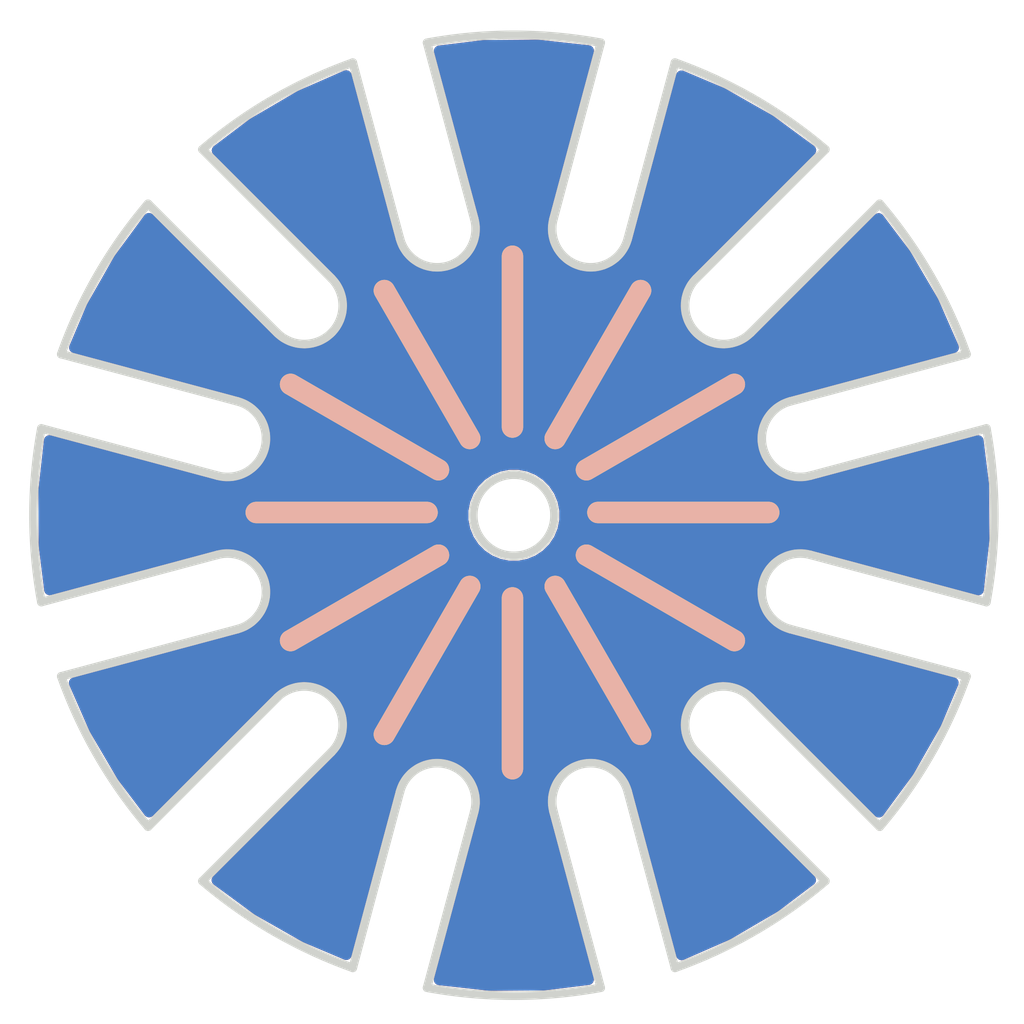
<source format=kicad_pcb>
(kicad_pcb (version 20171130) (host pcbnew 5.1.6)

  (general
    (thickness 1.6002)
    (drawings 73)
    (tracks 0)
    (zones 0)
    (modules 0)
    (nets 1)
  )

  (page A4)
  (title_block
    (rev 1)
  )

  (layers
    (0 Front signal)
    (31 Back signal)
    (34 B.Paste user)
    (35 F.Paste user)
    (36 B.SilkS user)
    (37 F.SilkS user)
    (38 B.Mask user)
    (39 F.Mask user)
    (44 Edge.Cuts user)
    (45 Margin user)
    (46 B.CrtYd user)
    (47 F.CrtYd user)
    (49 F.Fab user)
  )

  (setup
    (last_trace_width 0.25)
    (user_trace_width 0.1)
    (user_trace_width 0.2)
    (user_trace_width 0.5)
    (trace_clearance 0.25)
    (zone_clearance 0)
    (zone_45_only no)
    (trace_min 0.1)
    (via_size 0.8)
    (via_drill 0.4)
    (via_min_size 0.45)
    (via_min_drill 0.2)
    (user_via 0.45 0.2)
    (user_via 0.8 0.4)
    (uvia_size 0.8)
    (uvia_drill 0.4)
    (uvias_allowed no)
    (uvia_min_size 0)
    (uvia_min_drill 0)
    (edge_width 0.1)
    (segment_width 0.1)
    (pcb_text_width 0.3)
    (pcb_text_size 1.5 1.5)
    (mod_edge_width 0.1)
    (mod_text_size 0.8 0.8)
    (mod_text_width 0.1)
    (pad_size 1.524 1.524)
    (pad_drill 0.762)
    (pad_to_mask_clearance 0)
    (solder_mask_min_width 0.1)
    (aux_axis_origin 0 0)
    (visible_elements FFFFFF7F)
    (pcbplotparams
      (layerselection 0x010fc_ffffffff)
      (usegerberextensions false)
      (usegerberattributes false)
      (usegerberadvancedattributes false)
      (creategerberjobfile false)
      (excludeedgelayer true)
      (linewidth 0.152400)
      (plotframeref false)
      (viasonmask false)
      (mode 1)
      (useauxorigin false)
      (hpglpennumber 1)
      (hpglpenspeed 20)
      (hpglpendiameter 15.000000)
      (psnegative false)
      (psa4output false)
      (plotreference true)
      (plotvalue false)
      (plotinvisibletext false)
      (padsonsilk false)
      (subtractmaskfromsilk true)
      (outputformat 1)
      (mirror false)
      (drillshape 0)
      (scaleselection 1)
      (outputdirectory "./gerbers_for_aisler"))
  )

  (net 0 "")

  (net_class Default "This is the default net class."
    (clearance 0.25)
    (trace_width 0.25)
    (via_dia 0.8)
    (via_drill 0.4)
    (uvia_dia 0.8)
    (uvia_drill 0.4)
    (diff_pair_width 0.25)
    (diff_pair_gap 0.25)
  )

  (net_class Min "This is the bare minimum allowed."
    (clearance 0.1)
    (trace_width 0.1)
    (via_dia 0.45)
    (via_drill 0.2)
    (uvia_dia 0.45)
    (uvia_drill 0.2)
    (diff_pair_width 0.12)
    (diff_pair_gap 0.12)
  )

  (gr_line (start 147.732051 92) (end 151.196153 94) (layer B.SilkS) (width 0.5) (tstamp 5F240534))
  (gr_line (start 147 92.732051) (end 149 96.196153) (layer B.SilkS) (width 0.5) (tstamp 5F240532))
  (gr_line (start 146 93) (end 146 97) (layer B.SilkS) (width 0.5) (tstamp 5F240530))
  (gr_line (start 145 92.732051) (end 143 96.196153) (layer B.SilkS) (width 0.5) (tstamp 5F24052E))
  (gr_line (start 144.267949 92) (end 140.803847 94) (layer B.SilkS) (width 0.5) (tstamp 5F24052C))
  (gr_line (start 144 91) (end 140 91) (layer B.SilkS) (width 0.5) (tstamp 5F24052A))
  (gr_line (start 144.267949 90) (end 140.803847 88) (layer B.SilkS) (width 0.5) (tstamp 5F240528))
  (gr_line (start 145 89.267949) (end 143 85.803847) (layer B.SilkS) (width 0.5) (tstamp 5F240526))
  (gr_line (start 146 89) (end 146 85) (layer B.SilkS) (width 0.5) (tstamp 5F240524))
  (gr_line (start 147 89.267949) (end 149 85.803847) (layer B.SilkS) (width 0.5) (tstamp 5F240522))
  (gr_line (start 147.732051 90) (end 151.196153 88) (layer B.SilkS) (width 0.5) (tstamp 5F240520))
  (gr_line (start 148 91) (end 152 91) (layer B.SilkS) (width 0.5))
  (gr_line (start 147.732051 92) (end 151.196153 94) (layer F.SilkS) (width 0.5) (tstamp 5F2404E7))
  (gr_line (start 147 92.732051) (end 149 96.196153) (layer F.SilkS) (width 0.5) (tstamp 5F2404E5))
  (gr_line (start 146 93) (end 146 97) (layer F.SilkS) (width 0.5) (tstamp 5F2404E3))
  (gr_line (start 145 92.732051) (end 143 96.196153) (layer F.SilkS) (width 0.5) (tstamp 5F2404E1))
  (gr_line (start 144.267949 92) (end 140.803847 94) (layer F.SilkS) (width 0.5) (tstamp 5F2404DF))
  (gr_line (start 144 91) (end 140 91) (layer F.SilkS) (width 0.5) (tstamp 5F2404DD))
  (gr_line (start 144.267949 90) (end 140.803847 88) (layer F.SilkS) (width 0.5) (tstamp 5F2404DB))
  (gr_line (start 145 89.267949) (end 143 85.803847) (layer F.SilkS) (width 0.5) (tstamp 5F2404D9))
  (gr_line (start 146 89) (end 146 85) (layer F.SilkS) (width 0.5) (tstamp 5F2404D7))
  (gr_line (start 147 89.267949) (end 149 85.803847) (layer F.SilkS) (width 0.5) (tstamp 5F2404D5))
  (gr_line (start 147.732051 90) (end 151.196153 88) (layer F.SilkS) (width 0.5) (tstamp 5F2404D3))
  (gr_line (start 148 91) (end 152 91) (layer F.SilkS) (width 0.5))
  (gr_line (start 150.305317 85.519712) (end 153.326106 82.498923) (layer Edge.Cuts) (width 0.2))
  (gr_arc (start 147.829744 84.359411) (end 146.960411 84.126474) (angle -180) (layer Edge.Cuts) (width 0.2))
  (gr_line (start 140.487987 86.792504) (end 137.467198 83.771715) (layer Edge.Cuts) (width 0.2))
  (gr_line (start 149.804763 80.465874) (end 148.699077 84.592348) (layer Edge.Cuts) (width 0.2))
  (gr_circle (center 146.033048 91.064773) (end 146.983048 91.064773) (layer Edge.Cuts) (width 0.2))
  (gr_arc (start 146.033048 91.064773) (end 153.326106 82.498923) (angle -20.82286853) (layer Edge.Cuts) (width 0.2))
  (gr_arc (start 144.236352 84.359411) (end 143.367019 84.592348) (angle -180) (layer Edge.Cuts) (width 0.2))
  (gr_line (start 138.73999 82.498923) (end 141.760779 85.519712) (layer Edge.Cuts) (width 0.2))
  (gr_line (start 146.960411 84.126474) (end 148.066096 80) (layer Edge.Cuts) (width 0.2))
  (gr_arc (start 141.124383 95.973438) (end 141.760779 96.609834) (angle -180) (layer Edge.Cuts) (width 0.2))
  (gr_line (start 137.467198 98.357831) (end 140.487987 95.337042) (layer Edge.Cuts) (width 0.2))
  (gr_arc (start 146.033048 91.064773) (end 142.261333 80.465874) (angle -20.82286853) (layer Edge.Cuts) (width 0.2))
  (gr_line (start 139.094749 90.13741) (end 134.968275 89.031725) (layer Edge.Cuts) (width 0.2))
  (gr_arc (start 146.033048 91.064773) (end 137.467198 83.771715) (angle -20.82286853) (layer Edge.Cuts) (width 0.2))
  (gr_arc (start 146.033048 91.064773) (end 134.968275 89.031725) (angle -20.82286853) (layer Edge.Cuts) (width 0.2))
  (gr_line (start 143.367019 84.592348) (end 142.261333 80.465874) (layer Edge.Cuts) (width 0.2))
  (gr_arc (start 139.327686 89.268077) (end 139.094749 90.13741) (angle -180) (layer Edge.Cuts) (width 0.2))
  (gr_line (start 156.631947 94.836488) (end 152.505473 93.730802) (layer Edge.Cuts) (width 0.2))
  (gr_arc (start 146.033048 91.064773) (end 154.598898 98.357831) (angle -20.82286853) (layer Edge.Cuts) (width 0.2))
  (gr_line (start 151.578109 95.337042) (end 154.598898 98.357831) (layer Edge.Cuts) (width 0.2))
  (gr_arc (start 150.941713 95.973438) (end 151.578109 95.337042) (angle -180) (layer Edge.Cuts) (width 0.2))
  (gr_line (start 153.326106 99.630623) (end 150.305317 96.609834) (layer Edge.Cuts) (width 0.2))
  (gr_arc (start 146.033048 91.064773) (end 149.804763 101.663672) (angle -20.82286853) (layer Edge.Cuts) (width 0.2))
  (gr_arc (start 144.236352 97.770135) (end 145.105685 98.003072) (angle -180) (layer Edge.Cuts) (width 0.2))
  (gr_line (start 142.261333 101.663672) (end 143.367019 97.537198) (layer Edge.Cuts) (width 0.2))
  (gr_arc (start 146.033048 91.064773) (end 138.73999 99.630623) (angle -20.82286853) (layer Edge.Cuts) (width 0.2))
  (gr_line (start 141.760779 96.609834) (end 138.73999 99.630623) (layer Edge.Cuts) (width 0.2))
  (gr_arc (start 139.327686 92.861469) (end 139.560623 93.730802) (angle -180) (layer Edge.Cuts) (width 0.2))
  (gr_line (start 134.968275 93.097821) (end 139.094749 91.992136) (layer Edge.Cuts) (width 0.2))
  (gr_arc (start 141.124383 86.156108) (end 140.487987 86.792504) (angle -180) (layer Edge.Cuts) (width 0.2))
  (gr_line (start 135.434149 87.293058) (end 139.560623 88.398744) (layer Edge.Cuts) (width 0.2))
  (gr_arc (start 150.941713 86.156108) (end 150.305317 85.519712) (angle -180) (layer Edge.Cuts) (width 0.2))
  (gr_line (start 154.598898 83.771715) (end 151.578109 86.792504) (layer Edge.Cuts) (width 0.2))
  (gr_arc (start 146.033048 91.064773) (end 156.631947 87.293058) (angle -20.82286853) (layer Edge.Cuts) (width 0.2))
  (gr_line (start 152.505473 88.398744) (end 156.631947 87.293058) (layer Edge.Cuts) (width 0.2))
  (gr_arc (start 152.73841 89.268077) (end 152.505473 88.398744) (angle -180) (layer Edge.Cuts) (width 0.2))
  (gr_line (start 157.097821 89.031725) (end 152.971347 90.13741) (layer Edge.Cuts) (width 0.2))
  (gr_arc (start 146.033048 91.064773) (end 157.097821 93.097821) (angle -20.82286853) (layer Edge.Cuts) (width 0.2))
  (gr_line (start 152.971347 91.992136) (end 157.097821 93.097821) (layer Edge.Cuts) (width 0.2))
  (gr_arc (start 152.73841 92.861469) (end 152.971347 91.992136) (angle -180) (layer Edge.Cuts) (width 0.2))
  (gr_arc (start 146.033048 91.064773) (end 135.434149 94.836488) (angle -20.82286853) (layer Edge.Cuts) (width 0.2))
  (gr_line (start 139.560623 93.730802) (end 135.434149 94.836488) (layer Edge.Cuts) (width 0.2))
  (gr_line (start 148.699077 97.537198) (end 149.804763 101.663672) (layer Edge.Cuts) (width 0.2))
  (gr_arc (start 147.829744 97.770135) (end 148.699077 97.537198) (angle -180) (layer Edge.Cuts) (width 0.2))
  (gr_line (start 148.066096 102.129546) (end 146.960411 98.003072) (layer Edge.Cuts) (width 0.2))
  (gr_arc (start 146.033048 91.064773) (end 144 102.129546) (angle -20.82286853) (layer Edge.Cuts) (width 0.2))
  (gr_line (start 145.105685 98.003072) (end 144 102.129546) (layer Edge.Cuts) (width 0.2))
  (gr_arc (start 146.033048 91.064773) (end 148.066096 80) (angle -20.82286853) (layer Edge.Cuts) (width 0.2))
  (gr_line (start 144 80) (end 145.105685 84.126474) (layer Edge.Cuts) (width 0.2))

  (zone (net 0) (net_name "") (layer Front) (tstamp 0) (hatch edge 0.508)
    (connect_pads yes (clearance 0))
    (min_thickness 0.254)
    (fill yes (arc_segments 32) (thermal_gap 0.508) (thermal_bridge_width 0.508))
    (polygon
      (pts
        (xy 158 103) (xy 134 103) (xy 134 79) (xy 158 79)
      )
    )
    (filled_polygon
      (pts
        (xy 147.780857 80.187466) (xy 146.738261 84.078491) (xy 146.738134 84.079258) (xy 146.737575 84.081405) (xy 146.73596 84.091598)
        (xy 146.733291 84.10156) (xy 146.732795 84.10469) (xy 146.70653 84.278366) (xy 146.705454 84.298905) (xy 146.70409 84.31944)
        (xy 146.704212 84.322606) (xy 146.71218 84.498075) (xy 146.715115 84.518443) (xy 146.717764 84.538841) (xy 146.718498 84.541924)
        (xy 146.760396 84.712503) (xy 146.767231 84.731911) (xy 146.773793 84.751408) (xy 146.775112 84.75429) (xy 146.849344 84.913482)
        (xy 146.859801 84.931163) (xy 146.870042 84.949046) (xy 146.871896 84.951616) (xy 146.975637 85.093358) (xy 146.989325 85.108668)
        (xy 147.002847 85.124223) (xy 147.005165 85.126384) (xy 147.13446 85.245277) (xy 147.150886 85.257655) (xy 147.167148 85.270269)
        (xy 147.169841 85.271939) (xy 147.319767 85.363454) (xy 147.338261 85.372395) (xy 147.356687 85.381621) (xy 147.35965 85.382734)
        (xy 147.359653 85.382736) (xy 147.359656 85.382737) (xy 147.5245 85.443387) (xy 147.544393 85.448569) (xy 147.564244 85.454037)
        (xy 147.567363 85.454553) (xy 147.567372 85.454555) (xy 147.567381 85.454556) (xy 147.740857 85.482032) (xy 147.761397 85.483253)
        (xy 147.781915 85.484759) (xy 147.785082 85.48466) (xy 147.960602 85.477917) (xy 147.980959 85.475128) (xy 148.001408 85.472617)
        (xy 148.004496 85.471904) (xy 148.175363 85.431197) (xy 148.194781 85.424511) (xy 148.21436 85.418073) (xy 148.21725 85.416774)
        (xy 148.376957 85.343655) (xy 148.394683 85.333338) (xy 148.412664 85.323206) (xy 148.415247 85.32137) (xy 148.55771 85.218623)
        (xy 148.573143 85.205017) (xy 148.588765 85.191627) (xy 148.590943 85.189324) (xy 148.710735 85.060862) (xy 148.723249 85.044495)
        (xy 148.735954 85.028349) (xy 148.737643 85.025668) (xy 148.830202 84.876385) (xy 148.839282 84.857933) (xy 148.848626 84.839593)
        (xy 148.849757 84.836643) (xy 148.849762 84.836634) (xy 148.849764 84.836625) (xy 148.911562 84.672217) (xy 148.911565 84.672207)
        (xy 148.915456 84.661868) (xy 149.956514 80.77659) (xy 150.914871 81.182175) (xy 152.034551 81.819239) (xy 152.985348 82.518654)
        (xy 150.136921 85.367082) (xy 150.136413 85.367701) (xy 150.134856 85.36928) (xy 150.128376 85.377283) (xy 150.121083 85.384576)
        (xy 150.119089 85.387039) (xy 150.009505 85.524312) (xy 149.998304 85.54156) (xy 149.986854 85.558664) (xy 149.985379 85.561463)
        (xy 149.985376 85.561467) (xy 149.985376 85.561468) (xy 149.904542 85.717411) (xy 149.896887 85.736549) (xy 149.888995 85.755509)
        (xy 149.888089 85.758546) (xy 149.839084 85.927221) (xy 149.835302 85.947433) (xy 149.831233 85.967613) (xy 149.830935 85.970768)
        (xy 149.815626 86.145748) (xy 149.815841 86.166285) (xy 149.815769 86.186896) (xy 149.81609 86.190049) (xy 149.83506 86.36467)
        (xy 149.839265 86.384799) (xy 149.843193 86.405006) (xy 149.844118 86.408029) (xy 149.844119 86.408036) (xy 149.844122 86.408042)
        (xy 149.896647 86.575649) (xy 149.904669 86.594549) (xy 149.912459 86.613636) (xy 149.913955 86.616425) (xy 149.913957 86.61643)
        (xy 149.91396 86.616434) (xy 149.998039 86.770646) (xy 150.009606 86.787667) (xy 150.020929 86.804839) (xy 150.02294 86.807288)
        (xy 150.135374 86.942235) (xy 150.150023 86.956682) (xy 150.16447 86.971331) (xy 150.166913 86.973338) (xy 150.166918 86.973343)
        (xy 150.166923 86.973347) (xy 150.303424 87.083883) (xy 150.32058 87.095195) (xy 150.337618 87.106774) (xy 150.340411 87.108271)
        (xy 150.495787 87.190191) (xy 150.514785 87.197944) (xy 150.533774 87.206004) (xy 150.536805 87.20693) (xy 150.705134 87.257111)
        (xy 150.725334 87.261038) (xy 150.74547 87.265244) (xy 150.748623 87.265565) (xy 150.923493 87.282095) (xy 150.944069 87.282023)
        (xy 150.964639 87.282238) (xy 150.967794 87.28194) (xy 150.967796 87.28194) (xy 151.142544 87.26419) (xy 151.162678 87.26013)
        (xy 151.182937 87.256339) (xy 151.185968 87.255435) (xy 151.185976 87.255433) (xy 151.353948 87.204078) (xy 151.372932 87.196176)
        (xy 151.392045 87.188531) (xy 151.394848 87.187053) (xy 151.549648 87.10405) (xy 151.566752 87.0926) (xy 151.584 87.081399)
        (xy 151.586456 87.07941) (xy 151.586463 87.079405) (xy 151.586469 87.079399) (xy 151.722193 86.967915) (xy 151.722202 86.967906)
        (xy 151.730739 86.9609) (xy 154.574962 84.116678) (xy 155.202133 84.947108) (xy 155.853265 86.058649) (xy 156.326976 87.139767)
        (xy 152.435953 88.182365) (xy 152.435222 88.18264) (xy 152.433077 88.183231) (xy 152.423452 88.186926) (xy 152.41349 88.189595)
        (xy 152.410531 88.190731) (xy 152.246992 88.254821) (xy 152.228663 88.26416) (xy 152.210199 88.273246) (xy 152.207521 88.274932)
        (xy 152.207518 88.274934) (xy 152.207517 88.274935) (xy 152.059542 88.36957) (xy 152.043381 88.382287) (xy 152.027029 88.394789)
        (xy 152.024732 88.396961) (xy 152.024726 88.396966) (xy 152.024721 88.396971) (xy 151.89795 88.51854) (xy 151.884574 88.534145)
        (xy 151.870954 88.549595) (xy 151.869118 88.552178) (xy 151.76837 88.696063) (xy 151.758296 88.713942) (xy 151.747921 88.731768)
        (xy 151.746622 88.734659) (xy 151.675739 88.895371) (xy 151.669318 88.9149) (xy 151.662614 88.93437) (xy 151.661902 88.937458)
        (xy 151.623586 89.108877) (xy 151.621082 89.12927) (xy 151.618286 89.149681) (xy 151.618187 89.152849) (xy 151.613895 89.328444)
        (xy 151.615401 89.348962) (xy 151.616622 89.369502) (xy 151.617139 89.372628) (xy 151.647036 89.545714) (xy 151.652494 89.56553)
        (xy 151.657686 89.58546) (xy 151.658801 89.588426) (xy 151.721748 89.75241) (xy 151.73097 89.770827) (xy 151.739916 89.78933)
        (xy 151.741586 89.792024) (xy 151.835185 89.940656) (xy 151.847795 89.956912) (xy 151.860177 89.973344) (xy 151.862338 89.975662)
        (xy 151.983025 90.103284) (xy 151.99852 90.116754) (xy 152.013889 90.130495) (xy 152.01646 90.132349) (xy 152.159637 90.2341)
        (xy 152.177494 90.244327) (xy 152.195201 90.254798) (xy 152.198082 90.256118) (xy 152.358295 90.32812) (xy 152.377777 90.334676)
        (xy 152.3972 90.341516) (xy 152.400282 90.34225) (xy 152.571429 90.381763) (xy 152.591839 90.384414) (xy 152.612197 90.387347)
        (xy 152.615363 90.387469) (xy 152.615364 90.387469) (xy 152.790926 90.392986) (xy 152.811426 90.391624) (xy 152.832001 90.390546)
        (xy 152.835131 90.39005) (xy 153.008422 90.361362) (xy 153.008433 90.361359) (xy 153.01933 90.35956) (xy 156.90461 89.318503)
        (xy 157.032542 90.351266) (xy 157.040668 91.639454) (xy 156.910355 92.812582) (xy 153.01933 91.769986) (xy 153.018563 91.769859)
        (xy 153.016416 91.7693) (xy 153.006223 91.767685) (xy 152.996261 91.765016) (xy 152.993131 91.76452) (xy 152.819455 91.738255)
        (xy 152.798916 91.737179) (xy 152.778381 91.735815) (xy 152.775215 91.735937) (xy 152.775214 91.735937) (xy 152.599747 91.743905)
        (xy 152.57938 91.746839) (xy 152.55898 91.749489) (xy 152.555897 91.750223) (xy 152.385318 91.792121) (xy 152.365935 91.798947)
        (xy 152.346413 91.805517) (xy 152.343531 91.806837) (xy 152.184339 91.881069) (xy 152.166641 91.891535) (xy 152.148776 91.901767)
        (xy 152.146205 91.903621) (xy 152.004463 92.007361) (xy 151.989108 92.02109) (xy 151.973598 92.034573) (xy 151.971437 92.03689)
        (xy 151.852544 92.166185) (xy 151.840162 92.182616) (xy 151.827552 92.198873) (xy 151.825882 92.201566) (xy 151.734367 92.351491)
        (xy 151.725406 92.370028) (xy 151.7162 92.388412) (xy 151.715085 92.391378) (xy 151.654434 92.556225) (xy 151.649263 92.576079)
        (xy 151.643784 92.595969) (xy 151.643267 92.599095) (xy 151.615789 92.772582) (xy 151.614568 92.793123) (xy 151.613062 92.81364)
        (xy 151.613161 92.816807) (xy 151.619904 92.992327) (xy 151.622693 93.012684) (xy 151.625204 93.033133) (xy 151.625917 93.036221)
        (xy 151.666624 93.207088) (xy 151.67331 93.226506) (xy 151.679748 93.246085) (xy 151.681047 93.248975) (xy 151.754166 93.408682)
        (xy 151.764483 93.426408) (xy 151.774615 93.444389) (xy 151.776451 93.446972) (xy 151.879198 93.589435) (xy 151.892804 93.604868)
        (xy 151.906194 93.62049) (xy 151.908497 93.622668) (xy 152.036959 93.74246) (xy 152.053326 93.754974) (xy 152.069472 93.767679)
        (xy 152.072153 93.769368) (xy 152.221436 93.861927) (xy 152.239888 93.871007) (xy 152.258228 93.880351) (xy 152.261178 93.881482)
        (xy 152.261187 93.881487) (xy 152.261196 93.881489) (xy 152.425604 93.943287) (xy 152.425614 93.94329) (xy 152.435953 93.947181)
        (xy 156.321231 94.988239) (xy 155.915642 95.946603) (xy 155.278582 97.066276) (xy 154.579167 98.017073) (xy 151.730739 95.168646)
        (xy 151.73012 95.168138) (xy 151.728541 95.166581) (xy 151.720538 95.160101) (xy 151.713245 95.152808) (xy 151.710782 95.150814)
        (xy 151.573509 95.04123) (xy 151.556261 95.030029) (xy 151.539157 95.018579) (xy 151.536358 95.017104) (xy 151.536354 95.017101)
        (xy 151.53635 95.017099) (xy 151.38041 94.936267) (xy 151.361272 94.928612) (xy 151.342312 94.92072) (xy 151.339279 94.919815)
        (xy 151.339273 94.919813) (xy 151.1706 94.870809) (xy 151.150388 94.867027) (xy 151.130208 94.862958) (xy 151.127055 94.86266)
        (xy 151.127053 94.86266) (xy 150.952073 94.847351) (xy 150.931535 94.847566) (xy 150.910924 94.847494) (xy 150.907772 94.847815)
        (xy 150.733151 94.866785) (xy 150.713022 94.87099) (xy 150.692815 94.874918) (xy 150.689792 94.875843) (xy 150.689785 94.875844)
        (xy 150.689779 94.875847) (xy 150.522172 94.928372) (xy 150.503257 94.936401) (xy 150.484184 94.944184) (xy 150.481396 94.94568)
        (xy 150.481391 94.945682) (xy 150.481387 94.945685) (xy 150.327175 95.029764) (xy 150.310177 95.041316) (xy 150.292982 95.052654)
        (xy 150.290533 95.054666) (xy 150.155585 95.167099) (xy 150.141139 95.181749) (xy 150.126489 95.196195) (xy 150.124478 95.198644)
        (xy 150.013938 95.335149) (xy 150.00262 95.352313) (xy 149.991047 95.369343) (xy 149.989553 95.372131) (xy 149.98955 95.372135)
        (xy 149.98955 95.372136) (xy 149.90763 95.527512) (xy 149.899882 95.546498) (xy 149.891817 95.565499) (xy 149.890891 95.568529)
        (xy 149.84071 95.736859) (xy 149.836785 95.757051) (xy 149.832577 95.777194) (xy 149.832256 95.780347) (xy 149.815726 95.955218)
        (xy 149.815798 95.975794) (xy 149.815583 95.996364) (xy 149.815881 95.999519) (xy 149.833631 96.174269) (xy 149.837691 96.194403)
        (xy 149.841482 96.214662) (xy 149.842388 96.217699) (xy 149.893743 96.385673) (xy 149.901645 96.404657) (xy 149.90929 96.42377)
        (xy 149.910768 96.426573) (xy 149.993771 96.581373) (xy 150.005221 96.598477) (xy 150.016422 96.615725) (xy 150.018411 96.618181)
        (xy 150.018416 96.618188) (xy 150.018422 96.618194) (xy 150.129906 96.753918) (xy 150.129915 96.753927) (xy 150.136921 96.762464)
        (xy 152.981143 99.606687) (xy 152.150713 100.233858) (xy 151.039168 100.884992) (xy 149.958054 101.358701) (xy 148.915456 97.467678)
        (xy 148.915181 97.466947) (xy 148.91459 97.464802) (xy 148.910895 97.455177) (xy 148.908226 97.445215) (xy 148.90709 97.442256)
        (xy 148.843 97.278717) (xy 148.833661 97.260388) (xy 148.824575 97.241924) (xy 148.822886 97.239242) (xy 148.728251 97.091267)
        (xy 148.715534 97.075106) (xy 148.703032 97.058754) (xy 148.70086 97.056457) (xy 148.700855 97.056451) (xy 148.70085 97.056446)
        (xy 148.579281 96.929675) (xy 148.563676 96.916299) (xy 148.548226 96.902679) (xy 148.545643 96.900843) (xy 148.401758 96.800095)
        (xy 148.383879 96.790021) (xy 148.366053 96.779646) (xy 148.363162 96.778347) (xy 148.20245 96.707464) (xy 148.182921 96.701043)
        (xy 148.163451 96.694339) (xy 148.160366 96.693628) (xy 148.160364 96.693627) (xy 148.160362 96.693627) (xy 147.988944 96.655311)
        (xy 147.968551 96.652807) (xy 147.94814 96.650011) (xy 147.944972 96.649912) (xy 147.769377 96.64562) (xy 147.748859 96.647126)
        (xy 147.728319 96.648347) (xy 147.725193 96.648864) (xy 147.552107 96.678761) (xy 147.532274 96.684224) (xy 147.512362 96.689411)
        (xy 147.509395 96.690526) (xy 147.345412 96.753473) (xy 147.327025 96.76268) (xy 147.30849 96.771641) (xy 147.305801 96.773308)
        (xy 147.305798 96.77331) (xy 147.305797 96.773311) (xy 147.157164 96.866911) (xy 147.140935 96.8795) (xy 147.124477 96.891902)
        (xy 147.122159 96.894063) (xy 146.994537 97.014749) (xy 146.98105 97.030264) (xy 146.967326 97.045614) (xy 146.965472 97.048185)
        (xy 146.863721 97.191362) (xy 146.853504 97.209202) (xy 146.843023 97.226925) (xy 146.841704 97.229807) (xy 146.769701 97.39002)
        (xy 146.763145 97.409502) (xy 146.756305 97.428925) (xy 146.755571 97.432007) (xy 146.716058 97.603154) (xy 146.713407 97.623564)
        (xy 146.710474 97.643922) (xy 146.710352 97.647089) (xy 146.704835 97.822651) (xy 146.706197 97.843151) (xy 146.707275 97.863726)
        (xy 146.707771 97.866856) (xy 146.736459 98.040147) (xy 146.736462 98.040158) (xy 146.738261 98.051055) (xy 147.779318 101.936335)
        (xy 146.746555 102.064267) (xy 145.458367 102.072393) (xy 144.285238 101.94208) (xy 145.327835 98.051056) (xy 145.327962 98.050286)
        (xy 145.328521 98.048141) (xy 145.330136 98.037948) (xy 145.332805 98.027986) (xy 145.333301 98.024855) (xy 145.359566 97.85118)
        (xy 145.360642 97.830641) (xy 145.362006 97.810106) (xy 145.361884 97.80694) (xy 145.353916 97.631472) (xy 145.350981 97.611103)
        (xy 145.348332 97.590705) (xy 145.347598 97.587622) (xy 145.3057 97.417043) (xy 145.298874 97.39766) (xy 145.292304 97.378138)
        (xy 145.290984 97.375256) (xy 145.216752 97.216064) (xy 145.206286 97.198366) (xy 145.196054 97.180501) (xy 145.1942 97.17793)
        (xy 145.09046 97.036188) (xy 145.076731 97.020833) (xy 145.063248 97.005323) (xy 145.060931 97.003162) (xy 144.931636 96.884269)
        (xy 144.915205 96.871887) (xy 144.898948 96.859277) (xy 144.896255 96.857607) (xy 144.74633 96.766092) (xy 144.727793 96.757131)
        (xy 144.709409 96.747925) (xy 144.706443 96.74681) (xy 144.541596 96.686159) (xy 144.521742 96.680988) (xy 144.501852 96.675509)
        (xy 144.498726 96.674992) (xy 144.325239 96.647514) (xy 144.304698 96.646293) (xy 144.284181 96.644787) (xy 144.281013 96.644886)
        (xy 144.105494 96.651629) (xy 144.085133 96.654418) (xy 144.064688 96.656929) (xy 144.0616 96.657642) (xy 143.890733 96.698349)
        (xy 143.871315 96.705035) (xy 143.851736 96.711473) (xy 143.848846 96.712772) (xy 143.689139 96.785891) (xy 143.671374 96.796231)
        (xy 143.653432 96.80634) (xy 143.650849 96.808176) (xy 143.508386 96.910923) (xy 143.492972 96.924513) (xy 143.47733 96.937919)
        (xy 143.475153 96.940222) (xy 143.355361 97.068684) (xy 143.342847 97.085051) (xy 143.330142 97.101197) (xy 143.328453 97.103878)
        (xy 143.235894 97.253161) (xy 143.226808 97.271627) (xy 143.21747 97.289953) (xy 143.216339 97.292903) (xy 143.216334 97.292912)
        (xy 143.216332 97.292921) (xy 143.154549 97.457289) (xy 143.150639 97.467679) (xy 142.109582 101.352956) (xy 141.151218 100.947367)
        (xy 140.031545 100.310307) (xy 139.080748 99.610891) (xy 141.929175 96.762465) (xy 141.929687 96.761841) (xy 141.93124 96.760266)
        (xy 141.937721 96.752262) (xy 141.945013 96.74497) (xy 141.947007 96.742507) (xy 142.056591 96.605234) (xy 142.067792 96.587986)
        (xy 142.079242 96.570882) (xy 142.08072 96.568079) (xy 142.161554 96.412135) (xy 142.169204 96.393009) (xy 142.177101 96.374037)
        (xy 142.178007 96.371) (xy 142.227011 96.202326) (xy 142.230787 96.182151) (xy 142.234863 96.161934) (xy 142.235161 96.158779)
        (xy 142.25047 95.983798) (xy 142.250255 95.96326) (xy 142.250327 95.942649) (xy 142.250006 95.939497) (xy 142.231036 95.764876)
        (xy 142.226831 95.744747) (xy 142.222903 95.72454) (xy 142.221978 95.721517) (xy 142.221977 95.72151) (xy 142.221974 95.721504)
        (xy 142.169449 95.553897) (xy 142.16142 95.534982) (xy 142.153637 95.515909) (xy 142.152139 95.513117) (xy 142.152139 95.513116)
        (xy 142.152136 95.513112) (xy 142.068057 95.3589) (xy 142.056505 95.341902) (xy 142.045167 95.324707) (xy 142.043155 95.322258)
        (xy 141.930722 95.18731) (xy 141.916072 95.172864) (xy 141.901626 95.158214) (xy 141.899177 95.156203) (xy 141.762672 95.045663)
        (xy 141.745508 95.034345) (xy 141.728478 95.022772) (xy 141.72569 95.021278) (xy 141.725686 95.021275) (xy 141.725682 95.021273)
        (xy 141.570309 94.939355) (xy 141.551323 94.931607) (xy 141.532322 94.923542) (xy 141.529292 94.922616) (xy 141.360962 94.872435)
        (xy 141.34077 94.86851) (xy 141.320627 94.864302) (xy 141.317474 94.863981) (xy 141.142603 94.847451) (xy 141.122027 94.847523)
        (xy 141.101457 94.847308) (xy 141.098302 94.847606) (xy 141.0983 94.847606) (xy 140.923552 94.865356) (xy 140.903411 94.869417)
        (xy 140.883159 94.873207) (xy 140.88013 94.874111) (xy 140.880123 94.874112) (xy 140.880117 94.874115) (xy 140.712148 94.925468)
        (xy 140.693164 94.93337) (xy 140.674051 94.941015) (xy 140.671248 94.942493) (xy 140.516448 95.025496) (xy 140.499344 95.036946)
        (xy 140.482096 95.048147) (xy 140.47964 95.050136) (xy 140.479633 95.050141) (xy 140.479627 95.050147) (xy 140.344042 95.161518)
        (xy 140.335356 95.168646) (xy 137.491134 98.012868) (xy 136.863963 97.182438) (xy 136.212829 96.070893) (xy 135.73912 94.989778)
        (xy 139.630142 93.947182) (xy 139.630881 93.946904) (xy 139.633019 93.946315) (xy 139.642644 93.94262) (xy 139.652606 93.939951)
        (xy 139.655565 93.938815) (xy 139.819104 93.874725) (xy 139.837433 93.865386) (xy 139.855897 93.8563) (xy 139.85857 93.854616)
        (xy 139.858578 93.854612) (xy 139.858585 93.854607) (xy 140.006554 93.759977) (xy 140.022717 93.747258) (xy 140.039066 93.734758)
        (xy 140.041369 93.73258) (xy 140.168146 93.611006) (xy 140.18152 93.595403) (xy 140.195142 93.579951) (xy 140.196978 93.577367)
        (xy 140.297726 93.433483) (xy 140.3078 93.415604) (xy 140.318175 93.397778) (xy 140.319474 93.394887) (xy 140.390356 93.234176)
        (xy 140.396773 93.214659) (xy 140.403482 93.195176) (xy 140.404194 93.192088) (xy 140.44251 93.020669) (xy 140.445014 93.000272)
        (xy 140.44781 92.979865) (xy 140.447909 92.976698) (xy 140.452201 92.801102) (xy 140.450695 92.780586) (xy 140.449474 92.760044)
        (xy 140.448957 92.756918) (xy 140.41906 92.583832) (xy 140.413597 92.563999) (xy 140.40841 92.544087) (xy 140.407295 92.54112)
        (xy 140.344348 92.377137) (xy 140.335141 92.35875) (xy 140.32618 92.340215) (xy 140.32451 92.337522) (xy 140.23091 92.188889)
        (xy 140.218321 92.17266) (xy 140.205919 92.156202) (xy 140.203758 92.153884) (xy 140.083072 92.026262) (xy 140.067557 92.012775)
        (xy 140.052207 91.999051) (xy 140.049636 91.997197) (xy 139.906459 91.895446) (xy 139.888619 91.885229) (xy 139.870896 91.874748)
        (xy 139.868019 91.873431) (xy 139.868015 91.873429) (xy 139.868011 91.873428) (xy 139.707801 91.801426) (xy 139.688319 91.79487)
        (xy 139.668896 91.78803) (xy 139.665814 91.787296) (xy 139.494667 91.747783) (xy 139.474257 91.745132) (xy 139.453899 91.742199)
        (xy 139.450733 91.742077) (xy 139.450732 91.742077) (xy 139.27517 91.73656) (xy 139.254668 91.737922) (xy 139.234096 91.739)
        (xy 139.230967 91.739496) (xy 139.230963 91.739496) (xy 139.057674 91.768184) (xy 139.057665 91.768186) (xy 139.046765 91.769986)
        (xy 135.161486 92.811044) (xy 135.033554 91.77828) (xy 135.028314 90.947446) (xy 144.841812 90.947446) (xy 144.841812 91.1821)
        (xy 144.88759 91.412244) (xy 144.977388 91.629035) (xy 145.107754 91.824142) (xy 145.273679 91.990067) (xy 145.468786 92.120433)
        (xy 145.685577 92.210231) (xy 145.915721 92.256009) (xy 146.150375 92.256009) (xy 146.380519 92.210231) (xy 146.59731 92.120433)
        (xy 146.792417 91.990067) (xy 146.958342 91.824142) (xy 147.088708 91.629035) (xy 147.178506 91.412244) (xy 147.224284 91.1821)
        (xy 147.224284 90.947446) (xy 147.178506 90.717302) (xy 147.088708 90.500511) (xy 146.958342 90.305404) (xy 146.792417 90.139479)
        (xy 146.59731 90.009113) (xy 146.380519 89.919315) (xy 146.150375 89.873537) (xy 145.915721 89.873537) (xy 145.685577 89.919315)
        (xy 145.468786 90.009113) (xy 145.273679 90.139479) (xy 145.107754 90.305404) (xy 144.977388 90.500511) (xy 144.88759 90.717302)
        (xy 144.841812 90.947446) (xy 135.028314 90.947446) (xy 135.025428 90.490092) (xy 135.155741 89.316963) (xy 139.046765 90.35956)
        (xy 139.047535 90.359687) (xy 139.04968 90.360246) (xy 139.059873 90.361861) (xy 139.069835 90.36453) (xy 139.072966 90.365026)
        (xy 139.246641 90.391291) (xy 139.26718 90.392367) (xy 139.287715 90.393731) (xy 139.290881 90.393609) (xy 139.290882 90.393609)
        (xy 139.46635 90.385641) (xy 139.486721 90.382706) (xy 139.507116 90.380057) (xy 139.510199 90.379323) (xy 139.680778 90.337425)
        (xy 139.700186 90.33059) (xy 139.719683 90.324028) (xy 139.722565 90.322709) (xy 139.881757 90.248477) (xy 139.899438 90.23802)
        (xy 139.917321 90.227779) (xy 139.919891 90.225925) (xy 140.061633 90.122184) (xy 140.076943 90.108496) (xy 140.092498 90.094974)
        (xy 140.094659 90.092656) (xy 140.213552 89.963361) (xy 140.22593 89.946935) (xy 140.238544 89.930673) (xy 140.240214 89.92798)
        (xy 140.331729 89.778054) (xy 140.34067 89.75956) (xy 140.349896 89.741134) (xy 140.351011 89.738167) (xy 140.411662 89.573321)
        (xy 140.416844 89.553428) (xy 140.422312 89.533577) (xy 140.422828 89.530458) (xy 140.42283 89.530449) (xy 140.422831 89.53044)
        (xy 140.450307 89.356964) (xy 140.451528 89.336424) (xy 140.453034 89.315906) (xy 140.452935 89.312738) (xy 140.446192 89.137219)
        (xy 140.443403 89.116858) (xy 140.440892 89.096413) (xy 140.440179 89.093325) (xy 140.399472 88.922458) (xy 140.392786 88.90304)
        (xy 140.386348 88.883461) (xy 140.385049 88.880571) (xy 140.31193 88.720864) (xy 140.30159 88.703099) (xy 140.291481 88.685157)
        (xy 140.289645 88.682574) (xy 140.186898 88.540111) (xy 140.173308 88.524697) (xy 140.159902 88.509055) (xy 140.157599 88.506878)
        (xy 140.029137 88.387086) (xy 140.012762 88.374566) (xy 139.996624 88.361867) (xy 139.993943 88.360178) (xy 139.84466 88.267619)
        (xy 139.826194 88.258533) (xy 139.807868 88.249195) (xy 139.804918 88.248064) (xy 139.804909 88.248059) (xy 139.8049 88.248057)
        (xy 139.640491 88.186259) (xy 139.630142 88.182364) (xy 135.744865 87.141307) (xy 136.15045 86.18295) (xy 136.787514 85.06327)
        (xy 137.48693 84.112473) (xy 140.335356 86.9609) (xy 140.33598 86.961412) (xy 140.337555 86.962965) (xy 140.345559 86.969446)
        (xy 140.352851 86.976738) (xy 140.355314 86.978732) (xy 140.492587 87.088316) (xy 140.509835 87.099517) (xy 140.526939 87.110967)
        (xy 140.529742 87.112445) (xy 140.685686 87.193279) (xy 140.704812 87.200929) (xy 140.723784 87.208826) (xy 140.726817 87.209731)
        (xy 140.726823 87.209733) (xy 140.895495 87.258736) (xy 140.91567 87.262512) (xy 140.935887 87.266588) (xy 140.93904 87.266886)
        (xy 140.939042 87.266886) (xy 141.114023 87.282195) (xy 141.13456 87.28198) (xy 141.155171 87.282052) (xy 141.158324 87.281731)
        (xy 141.332945 87.262761) (xy 141.353074 87.258556) (xy 141.373281 87.254628) (xy 141.376304 87.253703) (xy 141.376311 87.253702)
        (xy 141.376317 87.253699) (xy 141.543924 87.201174) (xy 141.562824 87.193152) (xy 141.581911 87.185362) (xy 141.5847 87.183866)
        (xy 141.584705 87.183864) (xy 141.584709 87.183861) (xy 141.738921 87.099782) (xy 141.755942 87.088215) (xy 141.773114 87.076892)
        (xy 141.775563 87.074881) (xy 141.91051 86.962447) (xy 141.924957 86.947798) (xy 141.939606 86.933351) (xy 141.941613 86.930908)
        (xy 141.941618 86.930903) (xy 141.941622 86.930898) (xy 142.052158 86.794397) (xy 142.06347 86.777241) (xy 142.075049 86.760203)
        (xy 142.076546 86.75741) (xy 142.158466 86.602034) (xy 142.166219 86.583036) (xy 142.174279 86.564047) (xy 142.175205 86.561016)
        (xy 142.225386 86.392687) (xy 142.229313 86.372487) (xy 142.233519 86.352351) (xy 142.23384 86.349198) (xy 142.25037 86.174328)
        (xy 142.250298 86.153752) (xy 142.250513 86.133182) (xy 142.250215 86.130027) (xy 142.232465 85.955277) (xy 142.228404 85.935136)
        (xy 142.224614 85.914884) (xy 142.22371 85.911855) (xy 142.223709 85.911848) (xy 142.223706 85.911842) (xy 142.172353 85.743873)
        (xy 142.164451 85.724889) (xy 142.156806 85.705776) (xy 142.155328 85.702973) (xy 142.072325 85.548173) (xy 142.060875 85.531069)
        (xy 142.049674 85.513821) (xy 142.047685 85.511365) (xy 142.04768 85.511358) (xy 142.047674 85.511352) (xy 141.936189 85.375628)
        (xy 141.936188 85.375627) (xy 141.929175 85.367081) (xy 139.084953 82.52286) (xy 139.915383 81.895688) (xy 141.026924 81.244556)
        (xy 142.108043 80.770845) (xy 143.150639 84.661867) (xy 143.150917 84.662606) (xy 143.151506 84.664744) (xy 143.155201 84.674369)
        (xy 143.15787 84.684331) (xy 143.159006 84.68729) (xy 143.223096 84.850829) (xy 143.232435 84.869158) (xy 143.241521 84.887622)
        (xy 143.243205 84.890295) (xy 143.243209 84.890303) (xy 143.243214 84.89031) (xy 143.337844 85.038279) (xy 143.350563 85.054442)
        (xy 143.363063 85.070791) (xy 143.365241 85.073094) (xy 143.486815 85.199871) (xy 143.502418 85.213245) (xy 143.51787 85.226867)
        (xy 143.520449 85.2287) (xy 143.520452 85.228702) (xy 143.520454 85.228703) (xy 143.664338 85.329451) (xy 143.682217 85.339525)
        (xy 143.700043 85.3499) (xy 143.702934 85.351199) (xy 143.863645 85.422081) (xy 143.883162 85.428498) (xy 143.902645 85.435207)
        (xy 143.905726 85.435917) (xy 143.905731 85.435919) (xy 143.905735 85.43592) (xy 144.077152 85.474235) (xy 144.097549 85.476739)
        (xy 144.117956 85.479535) (xy 144.121123 85.479634) (xy 144.296719 85.483926) (xy 144.317235 85.48242) (xy 144.337777 85.481199)
        (xy 144.340903 85.480682) (xy 144.513989 85.450785) (xy 144.533805 85.445327) (xy 144.553735 85.440135) (xy 144.556701 85.43902)
        (xy 144.720685 85.376073) (xy 144.739102 85.366851) (xy 144.757605 85.357905) (xy 144.760295 85.356238) (xy 144.760301 85.356234)
        (xy 144.908931 85.262636) (xy 144.925187 85.250026) (xy 144.941619 85.237644) (xy 144.943937 85.235483) (xy 145.071559 85.114796)
        (xy 145.085029 85.099301) (xy 145.09877 85.083932) (xy 145.100624 85.081361) (xy 145.202375 84.938184) (xy 145.212602 84.920327)
        (xy 145.223073 84.90262) (xy 145.224393 84.899739) (xy 145.296395 84.739526) (xy 145.302951 84.720044) (xy 145.309791 84.700621)
        (xy 145.310525 84.697539) (xy 145.350038 84.526392) (xy 145.352689 84.505982) (xy 145.355622 84.485624) (xy 145.355744 84.482457)
        (xy 145.361261 84.306895) (xy 145.359899 84.286393) (xy 145.358821 84.265821) (xy 145.358325 84.262691) (xy 145.329637 84.089399)
        (xy 145.329635 84.08939) (xy 145.327835 84.07849) (xy 144.286777 80.193211) (xy 145.319541 80.065279) (xy 146.607729 80.057153)
      )
    )
  )
  (zone (net 0) (net_name "") (layer Back) (tstamp 0) (hatch edge 0.508)
    (connect_pads yes (clearance 0))
    (min_thickness 0.254)
    (fill yes (arc_segments 32) (thermal_gap 0.508) (thermal_bridge_width 0.508))
    (polygon
      (pts
        (xy 158 103) (xy 134 103) (xy 134 79) (xy 158 79)
      )
    )
    (filled_polygon
      (pts
        (xy 147.780857 80.187466) (xy 146.738261 84.078491) (xy 146.738134 84.079258) (xy 146.737575 84.081405) (xy 146.73596 84.091598)
        (xy 146.733291 84.10156) (xy 146.732795 84.10469) (xy 146.70653 84.278366) (xy 146.705454 84.298905) (xy 146.70409 84.31944)
        (xy 146.704212 84.322606) (xy 146.71218 84.498075) (xy 146.715115 84.518443) (xy 146.717764 84.538841) (xy 146.718498 84.541924)
        (xy 146.760396 84.712503) (xy 146.767231 84.731911) (xy 146.773793 84.751408) (xy 146.775112 84.75429) (xy 146.849344 84.913482)
        (xy 146.859801 84.931163) (xy 146.870042 84.949046) (xy 146.871896 84.951616) (xy 146.975637 85.093358) (xy 146.989325 85.108668)
        (xy 147.002847 85.124223) (xy 147.005165 85.126384) (xy 147.13446 85.245277) (xy 147.150886 85.257655) (xy 147.167148 85.270269)
        (xy 147.169841 85.271939) (xy 147.319767 85.363454) (xy 147.338261 85.372395) (xy 147.356687 85.381621) (xy 147.35965 85.382734)
        (xy 147.359653 85.382736) (xy 147.359656 85.382737) (xy 147.5245 85.443387) (xy 147.544393 85.448569) (xy 147.564244 85.454037)
        (xy 147.567363 85.454553) (xy 147.567372 85.454555) (xy 147.567381 85.454556) (xy 147.740857 85.482032) (xy 147.761397 85.483253)
        (xy 147.781915 85.484759) (xy 147.785082 85.48466) (xy 147.960602 85.477917) (xy 147.980959 85.475128) (xy 148.001408 85.472617)
        (xy 148.004496 85.471904) (xy 148.175363 85.431197) (xy 148.194781 85.424511) (xy 148.21436 85.418073) (xy 148.21725 85.416774)
        (xy 148.376957 85.343655) (xy 148.394683 85.333338) (xy 148.412664 85.323206) (xy 148.415247 85.32137) (xy 148.55771 85.218623)
        (xy 148.573143 85.205017) (xy 148.588765 85.191627) (xy 148.590943 85.189324) (xy 148.710735 85.060862) (xy 148.723249 85.044495)
        (xy 148.735954 85.028349) (xy 148.737643 85.025668) (xy 148.830202 84.876385) (xy 148.839282 84.857933) (xy 148.848626 84.839593)
        (xy 148.849757 84.836643) (xy 148.849762 84.836634) (xy 148.849764 84.836625) (xy 148.911562 84.672217) (xy 148.911565 84.672207)
        (xy 148.915456 84.661868) (xy 149.956514 80.77659) (xy 150.914871 81.182175) (xy 152.034551 81.819239) (xy 152.985348 82.518654)
        (xy 150.136921 85.367082) (xy 150.136413 85.367701) (xy 150.134856 85.36928) (xy 150.128376 85.377283) (xy 150.121083 85.384576)
        (xy 150.119089 85.387039) (xy 150.009505 85.524312) (xy 149.998304 85.54156) (xy 149.986854 85.558664) (xy 149.985379 85.561463)
        (xy 149.985376 85.561467) (xy 149.985376 85.561468) (xy 149.904542 85.717411) (xy 149.896887 85.736549) (xy 149.888995 85.755509)
        (xy 149.888089 85.758546) (xy 149.839084 85.927221) (xy 149.835302 85.947433) (xy 149.831233 85.967613) (xy 149.830935 85.970768)
        (xy 149.815626 86.145748) (xy 149.815841 86.166285) (xy 149.815769 86.186896) (xy 149.81609 86.190049) (xy 149.83506 86.36467)
        (xy 149.839265 86.384799) (xy 149.843193 86.405006) (xy 149.844118 86.408029) (xy 149.844119 86.408036) (xy 149.844122 86.408042)
        (xy 149.896647 86.575649) (xy 149.904669 86.594549) (xy 149.912459 86.613636) (xy 149.913955 86.616425) (xy 149.913957 86.61643)
        (xy 149.91396 86.616434) (xy 149.998039 86.770646) (xy 150.009606 86.787667) (xy 150.020929 86.804839) (xy 150.02294 86.807288)
        (xy 150.135374 86.942235) (xy 150.150023 86.956682) (xy 150.16447 86.971331) (xy 150.166913 86.973338) (xy 150.166918 86.973343)
        (xy 150.166923 86.973347) (xy 150.303424 87.083883) (xy 150.32058 87.095195) (xy 150.337618 87.106774) (xy 150.340411 87.108271)
        (xy 150.495787 87.190191) (xy 150.514785 87.197944) (xy 150.533774 87.206004) (xy 150.536805 87.20693) (xy 150.705134 87.257111)
        (xy 150.725334 87.261038) (xy 150.74547 87.265244) (xy 150.748623 87.265565) (xy 150.923493 87.282095) (xy 150.944069 87.282023)
        (xy 150.964639 87.282238) (xy 150.967794 87.28194) (xy 150.967796 87.28194) (xy 151.142544 87.26419) (xy 151.162678 87.26013)
        (xy 151.182937 87.256339) (xy 151.185968 87.255435) (xy 151.185976 87.255433) (xy 151.353948 87.204078) (xy 151.372932 87.196176)
        (xy 151.392045 87.188531) (xy 151.394848 87.187053) (xy 151.549648 87.10405) (xy 151.566752 87.0926) (xy 151.584 87.081399)
        (xy 151.586456 87.07941) (xy 151.586463 87.079405) (xy 151.586469 87.079399) (xy 151.722193 86.967915) (xy 151.722202 86.967906)
        (xy 151.730739 86.9609) (xy 154.574962 84.116678) (xy 155.202133 84.947108) (xy 155.853265 86.058649) (xy 156.326976 87.139767)
        (xy 152.435953 88.182365) (xy 152.435222 88.18264) (xy 152.433077 88.183231) (xy 152.423452 88.186926) (xy 152.41349 88.189595)
        (xy 152.410531 88.190731) (xy 152.246992 88.254821) (xy 152.228663 88.26416) (xy 152.210199 88.273246) (xy 152.207521 88.274932)
        (xy 152.207518 88.274934) (xy 152.207517 88.274935) (xy 152.059542 88.36957) (xy 152.043381 88.382287) (xy 152.027029 88.394789)
        (xy 152.024732 88.396961) (xy 152.024726 88.396966) (xy 152.024721 88.396971) (xy 151.89795 88.51854) (xy 151.884574 88.534145)
        (xy 151.870954 88.549595) (xy 151.869118 88.552178) (xy 151.76837 88.696063) (xy 151.758296 88.713942) (xy 151.747921 88.731768)
        (xy 151.746622 88.734659) (xy 151.675739 88.895371) (xy 151.669318 88.9149) (xy 151.662614 88.93437) (xy 151.661902 88.937458)
        (xy 151.623586 89.108877) (xy 151.621082 89.12927) (xy 151.618286 89.149681) (xy 151.618187 89.152849) (xy 151.613895 89.328444)
        (xy 151.615401 89.348962) (xy 151.616622 89.369502) (xy 151.617139 89.372628) (xy 151.647036 89.545714) (xy 151.652494 89.56553)
        (xy 151.657686 89.58546) (xy 151.658801 89.588426) (xy 151.721748 89.75241) (xy 151.73097 89.770827) (xy 151.739916 89.78933)
        (xy 151.741586 89.792024) (xy 151.835185 89.940656) (xy 151.847795 89.956912) (xy 151.860177 89.973344) (xy 151.862338 89.975662)
        (xy 151.983025 90.103284) (xy 151.99852 90.116754) (xy 152.013889 90.130495) (xy 152.01646 90.132349) (xy 152.159637 90.2341)
        (xy 152.177494 90.244327) (xy 152.195201 90.254798) (xy 152.198082 90.256118) (xy 152.358295 90.32812) (xy 152.377777 90.334676)
        (xy 152.3972 90.341516) (xy 152.400282 90.34225) (xy 152.571429 90.381763) (xy 152.591839 90.384414) (xy 152.612197 90.387347)
        (xy 152.615363 90.387469) (xy 152.615364 90.387469) (xy 152.790926 90.392986) (xy 152.811426 90.391624) (xy 152.832001 90.390546)
        (xy 152.835131 90.39005) (xy 153.008422 90.361362) (xy 153.008433 90.361359) (xy 153.01933 90.35956) (xy 156.90461 89.318503)
        (xy 157.032542 90.351266) (xy 157.040668 91.639454) (xy 156.910355 92.812582) (xy 153.01933 91.769986) (xy 153.018563 91.769859)
        (xy 153.016416 91.7693) (xy 153.006223 91.767685) (xy 152.996261 91.765016) (xy 152.993131 91.76452) (xy 152.819455 91.738255)
        (xy 152.798916 91.737179) (xy 152.778381 91.735815) (xy 152.775215 91.735937) (xy 152.775214 91.735937) (xy 152.599747 91.743905)
        (xy 152.57938 91.746839) (xy 152.55898 91.749489) (xy 152.555897 91.750223) (xy 152.385318 91.792121) (xy 152.365935 91.798947)
        (xy 152.346413 91.805517) (xy 152.343531 91.806837) (xy 152.184339 91.881069) (xy 152.166641 91.891535) (xy 152.148776 91.901767)
        (xy 152.146205 91.903621) (xy 152.004463 92.007361) (xy 151.989108 92.02109) (xy 151.973598 92.034573) (xy 151.971437 92.03689)
        (xy 151.852544 92.166185) (xy 151.840162 92.182616) (xy 151.827552 92.198873) (xy 151.825882 92.201566) (xy 151.734367 92.351491)
        (xy 151.725406 92.370028) (xy 151.7162 92.388412) (xy 151.715085 92.391378) (xy 151.654434 92.556225) (xy 151.649263 92.576079)
        (xy 151.643784 92.595969) (xy 151.643267 92.599095) (xy 151.615789 92.772582) (xy 151.614568 92.793123) (xy 151.613062 92.81364)
        (xy 151.613161 92.816807) (xy 151.619904 92.992327) (xy 151.622693 93.012684) (xy 151.625204 93.033133) (xy 151.625917 93.036221)
        (xy 151.666624 93.207088) (xy 151.67331 93.226506) (xy 151.679748 93.246085) (xy 151.681047 93.248975) (xy 151.754166 93.408682)
        (xy 151.764483 93.426408) (xy 151.774615 93.444389) (xy 151.776451 93.446972) (xy 151.879198 93.589435) (xy 151.892804 93.604868)
        (xy 151.906194 93.62049) (xy 151.908497 93.622668) (xy 152.036959 93.74246) (xy 152.053326 93.754974) (xy 152.069472 93.767679)
        (xy 152.072153 93.769368) (xy 152.221436 93.861927) (xy 152.239888 93.871007) (xy 152.258228 93.880351) (xy 152.261178 93.881482)
        (xy 152.261187 93.881487) (xy 152.261196 93.881489) (xy 152.425604 93.943287) (xy 152.425614 93.94329) (xy 152.435953 93.947181)
        (xy 156.321231 94.988239) (xy 155.915642 95.946603) (xy 155.278582 97.066276) (xy 154.579167 98.017073) (xy 151.730739 95.168646)
        (xy 151.73012 95.168138) (xy 151.728541 95.166581) (xy 151.720538 95.160101) (xy 151.713245 95.152808) (xy 151.710782 95.150814)
        (xy 151.573509 95.04123) (xy 151.556261 95.030029) (xy 151.539157 95.018579) (xy 151.536358 95.017104) (xy 151.536354 95.017101)
        (xy 151.53635 95.017099) (xy 151.38041 94.936267) (xy 151.361272 94.928612) (xy 151.342312 94.92072) (xy 151.339279 94.919815)
        (xy 151.339273 94.919813) (xy 151.1706 94.870809) (xy 151.150388 94.867027) (xy 151.130208 94.862958) (xy 151.127055 94.86266)
        (xy 151.127053 94.86266) (xy 150.952073 94.847351) (xy 150.931535 94.847566) (xy 150.910924 94.847494) (xy 150.907772 94.847815)
        (xy 150.733151 94.866785) (xy 150.713022 94.87099) (xy 150.692815 94.874918) (xy 150.689792 94.875843) (xy 150.689785 94.875844)
        (xy 150.689779 94.875847) (xy 150.522172 94.928372) (xy 150.503257 94.936401) (xy 150.484184 94.944184) (xy 150.481396 94.94568)
        (xy 150.481391 94.945682) (xy 150.481387 94.945685) (xy 150.327175 95.029764) (xy 150.310177 95.041316) (xy 150.292982 95.052654)
        (xy 150.290533 95.054666) (xy 150.155585 95.167099) (xy 150.141139 95.181749) (xy 150.126489 95.196195) (xy 150.124478 95.198644)
        (xy 150.013938 95.335149) (xy 150.00262 95.352313) (xy 149.991047 95.369343) (xy 149.989553 95.372131) (xy 149.98955 95.372135)
        (xy 149.98955 95.372136) (xy 149.90763 95.527512) (xy 149.899882 95.546498) (xy 149.891817 95.565499) (xy 149.890891 95.568529)
        (xy 149.84071 95.736859) (xy 149.836785 95.757051) (xy 149.832577 95.777194) (xy 149.832256 95.780347) (xy 149.815726 95.955218)
        (xy 149.815798 95.975794) (xy 149.815583 95.996364) (xy 149.815881 95.999519) (xy 149.833631 96.174269) (xy 149.837691 96.194403)
        (xy 149.841482 96.214662) (xy 149.842388 96.217699) (xy 149.893743 96.385673) (xy 149.901645 96.404657) (xy 149.90929 96.42377)
        (xy 149.910768 96.426573) (xy 149.993771 96.581373) (xy 150.005221 96.598477) (xy 150.016422 96.615725) (xy 150.018411 96.618181)
        (xy 150.018416 96.618188) (xy 150.018422 96.618194) (xy 150.129906 96.753918) (xy 150.129915 96.753927) (xy 150.136921 96.762464)
        (xy 152.981143 99.606687) (xy 152.150713 100.233858) (xy 151.039168 100.884992) (xy 149.958054 101.358701) (xy 148.915456 97.467678)
        (xy 148.915181 97.466947) (xy 148.91459 97.464802) (xy 148.910895 97.455177) (xy 148.908226 97.445215) (xy 148.90709 97.442256)
        (xy 148.843 97.278717) (xy 148.833661 97.260388) (xy 148.824575 97.241924) (xy 148.822886 97.239242) (xy 148.728251 97.091267)
        (xy 148.715534 97.075106) (xy 148.703032 97.058754) (xy 148.70086 97.056457) (xy 148.700855 97.056451) (xy 148.70085 97.056446)
        (xy 148.579281 96.929675) (xy 148.563676 96.916299) (xy 148.548226 96.902679) (xy 148.545643 96.900843) (xy 148.401758 96.800095)
        (xy 148.383879 96.790021) (xy 148.366053 96.779646) (xy 148.363162 96.778347) (xy 148.20245 96.707464) (xy 148.182921 96.701043)
        (xy 148.163451 96.694339) (xy 148.160366 96.693628) (xy 148.160364 96.693627) (xy 148.160362 96.693627) (xy 147.988944 96.655311)
        (xy 147.968551 96.652807) (xy 147.94814 96.650011) (xy 147.944972 96.649912) (xy 147.769377 96.64562) (xy 147.748859 96.647126)
        (xy 147.728319 96.648347) (xy 147.725193 96.648864) (xy 147.552107 96.678761) (xy 147.532274 96.684224) (xy 147.512362 96.689411)
        (xy 147.509395 96.690526) (xy 147.345412 96.753473) (xy 147.327025 96.76268) (xy 147.30849 96.771641) (xy 147.305801 96.773308)
        (xy 147.305798 96.77331) (xy 147.305797 96.773311) (xy 147.157164 96.866911) (xy 147.140935 96.8795) (xy 147.124477 96.891902)
        (xy 147.122159 96.894063) (xy 146.994537 97.014749) (xy 146.98105 97.030264) (xy 146.967326 97.045614) (xy 146.965472 97.048185)
        (xy 146.863721 97.191362) (xy 146.853504 97.209202) (xy 146.843023 97.226925) (xy 146.841704 97.229807) (xy 146.769701 97.39002)
        (xy 146.763145 97.409502) (xy 146.756305 97.428925) (xy 146.755571 97.432007) (xy 146.716058 97.603154) (xy 146.713407 97.623564)
        (xy 146.710474 97.643922) (xy 146.710352 97.647089) (xy 146.704835 97.822651) (xy 146.706197 97.843151) (xy 146.707275 97.863726)
        (xy 146.707771 97.866856) (xy 146.736459 98.040147) (xy 146.736462 98.040158) (xy 146.738261 98.051055) (xy 147.779318 101.936335)
        (xy 146.746555 102.064267) (xy 145.458367 102.072393) (xy 144.285238 101.94208) (xy 145.327835 98.051056) (xy 145.327962 98.050286)
        (xy 145.328521 98.048141) (xy 145.330136 98.037948) (xy 145.332805 98.027986) (xy 145.333301 98.024855) (xy 145.359566 97.85118)
        (xy 145.360642 97.830641) (xy 145.362006 97.810106) (xy 145.361884 97.80694) (xy 145.353916 97.631472) (xy 145.350981 97.611103)
        (xy 145.348332 97.590705) (xy 145.347598 97.587622) (xy 145.3057 97.417043) (xy 145.298874 97.39766) (xy 145.292304 97.378138)
        (xy 145.290984 97.375256) (xy 145.216752 97.216064) (xy 145.206286 97.198366) (xy 145.196054 97.180501) (xy 145.1942 97.17793)
        (xy 145.09046 97.036188) (xy 145.076731 97.020833) (xy 145.063248 97.005323) (xy 145.060931 97.003162) (xy 144.931636 96.884269)
        (xy 144.915205 96.871887) (xy 144.898948 96.859277) (xy 144.896255 96.857607) (xy 144.74633 96.766092) (xy 144.727793 96.757131)
        (xy 144.709409 96.747925) (xy 144.706443 96.74681) (xy 144.541596 96.686159) (xy 144.521742 96.680988) (xy 144.501852 96.675509)
        (xy 144.498726 96.674992) (xy 144.325239 96.647514) (xy 144.304698 96.646293) (xy 144.284181 96.644787) (xy 144.281013 96.644886)
        (xy 144.105494 96.651629) (xy 144.085133 96.654418) (xy 144.064688 96.656929) (xy 144.0616 96.657642) (xy 143.890733 96.698349)
        (xy 143.871315 96.705035) (xy 143.851736 96.711473) (xy 143.848846 96.712772) (xy 143.689139 96.785891) (xy 143.671374 96.796231)
        (xy 143.653432 96.80634) (xy 143.650849 96.808176) (xy 143.508386 96.910923) (xy 143.492972 96.924513) (xy 143.47733 96.937919)
        (xy 143.475153 96.940222) (xy 143.355361 97.068684) (xy 143.342847 97.085051) (xy 143.330142 97.101197) (xy 143.328453 97.103878)
        (xy 143.235894 97.253161) (xy 143.226808 97.271627) (xy 143.21747 97.289953) (xy 143.216339 97.292903) (xy 143.216334 97.292912)
        (xy 143.216332 97.292921) (xy 143.154549 97.457289) (xy 143.150639 97.467679) (xy 142.109582 101.352956) (xy 141.151218 100.947367)
        (xy 140.031545 100.310307) (xy 139.080748 99.610891) (xy 141.929175 96.762465) (xy 141.929687 96.761841) (xy 141.93124 96.760266)
        (xy 141.937721 96.752262) (xy 141.945013 96.74497) (xy 141.947007 96.742507) (xy 142.056591 96.605234) (xy 142.067792 96.587986)
        (xy 142.079242 96.570882) (xy 142.08072 96.568079) (xy 142.161554 96.412135) (xy 142.169204 96.393009) (xy 142.177101 96.374037)
        (xy 142.178007 96.371) (xy 142.227011 96.202326) (xy 142.230787 96.182151) (xy 142.234863 96.161934) (xy 142.235161 96.158779)
        (xy 142.25047 95.983798) (xy 142.250255 95.96326) (xy 142.250327 95.942649) (xy 142.250006 95.939497) (xy 142.231036 95.764876)
        (xy 142.226831 95.744747) (xy 142.222903 95.72454) (xy 142.221978 95.721517) (xy 142.221977 95.72151) (xy 142.221974 95.721504)
        (xy 142.169449 95.553897) (xy 142.16142 95.534982) (xy 142.153637 95.515909) (xy 142.152139 95.513117) (xy 142.152139 95.513116)
        (xy 142.152136 95.513112) (xy 142.068057 95.3589) (xy 142.056505 95.341902) (xy 142.045167 95.324707) (xy 142.043155 95.322258)
        (xy 141.930722 95.18731) (xy 141.916072 95.172864) (xy 141.901626 95.158214) (xy 141.899177 95.156203) (xy 141.762672 95.045663)
        (xy 141.745508 95.034345) (xy 141.728478 95.022772) (xy 141.72569 95.021278) (xy 141.725686 95.021275) (xy 141.725682 95.021273)
        (xy 141.570309 94.939355) (xy 141.551323 94.931607) (xy 141.532322 94.923542) (xy 141.529292 94.922616) (xy 141.360962 94.872435)
        (xy 141.34077 94.86851) (xy 141.320627 94.864302) (xy 141.317474 94.863981) (xy 141.142603 94.847451) (xy 141.122027 94.847523)
        (xy 141.101457 94.847308) (xy 141.098302 94.847606) (xy 141.0983 94.847606) (xy 140.923552 94.865356) (xy 140.903411 94.869417)
        (xy 140.883159 94.873207) (xy 140.88013 94.874111) (xy 140.880123 94.874112) (xy 140.880117 94.874115) (xy 140.712148 94.925468)
        (xy 140.693164 94.93337) (xy 140.674051 94.941015) (xy 140.671248 94.942493) (xy 140.516448 95.025496) (xy 140.499344 95.036946)
        (xy 140.482096 95.048147) (xy 140.47964 95.050136) (xy 140.479633 95.050141) (xy 140.479627 95.050147) (xy 140.344042 95.161518)
        (xy 140.335356 95.168646) (xy 137.491134 98.012868) (xy 136.863963 97.182438) (xy 136.212829 96.070893) (xy 135.73912 94.989778)
        (xy 139.630142 93.947182) (xy 139.630881 93.946904) (xy 139.633019 93.946315) (xy 139.642644 93.94262) (xy 139.652606 93.939951)
        (xy 139.655565 93.938815) (xy 139.819104 93.874725) (xy 139.837433 93.865386) (xy 139.855897 93.8563) (xy 139.85857 93.854616)
        (xy 139.858578 93.854612) (xy 139.858585 93.854607) (xy 140.006554 93.759977) (xy 140.022717 93.747258) (xy 140.039066 93.734758)
        (xy 140.041369 93.73258) (xy 140.168146 93.611006) (xy 140.18152 93.595403) (xy 140.195142 93.579951) (xy 140.196978 93.577367)
        (xy 140.297726 93.433483) (xy 140.3078 93.415604) (xy 140.318175 93.397778) (xy 140.319474 93.394887) (xy 140.390356 93.234176)
        (xy 140.396773 93.214659) (xy 140.403482 93.195176) (xy 140.404194 93.192088) (xy 140.44251 93.020669) (xy 140.445014 93.000272)
        (xy 140.44781 92.979865) (xy 140.447909 92.976698) (xy 140.452201 92.801102) (xy 140.450695 92.780586) (xy 140.449474 92.760044)
        (xy 140.448957 92.756918) (xy 140.41906 92.583832) (xy 140.413597 92.563999) (xy 140.40841 92.544087) (xy 140.407295 92.54112)
        (xy 140.344348 92.377137) (xy 140.335141 92.35875) (xy 140.32618 92.340215) (xy 140.32451 92.337522) (xy 140.23091 92.188889)
        (xy 140.218321 92.17266) (xy 140.205919 92.156202) (xy 140.203758 92.153884) (xy 140.083072 92.026262) (xy 140.067557 92.012775)
        (xy 140.052207 91.999051) (xy 140.049636 91.997197) (xy 139.906459 91.895446) (xy 139.888619 91.885229) (xy 139.870896 91.874748)
        (xy 139.868019 91.873431) (xy 139.868015 91.873429) (xy 139.868011 91.873428) (xy 139.707801 91.801426) (xy 139.688319 91.79487)
        (xy 139.668896 91.78803) (xy 139.665814 91.787296) (xy 139.494667 91.747783) (xy 139.474257 91.745132) (xy 139.453899 91.742199)
        (xy 139.450733 91.742077) (xy 139.450732 91.742077) (xy 139.27517 91.73656) (xy 139.254668 91.737922) (xy 139.234096 91.739)
        (xy 139.230967 91.739496) (xy 139.230963 91.739496) (xy 139.057674 91.768184) (xy 139.057665 91.768186) (xy 139.046765 91.769986)
        (xy 135.161486 92.811044) (xy 135.033554 91.77828) (xy 135.028314 90.947446) (xy 144.841812 90.947446) (xy 144.841812 91.1821)
        (xy 144.88759 91.412244) (xy 144.977388 91.629035) (xy 145.107754 91.824142) (xy 145.273679 91.990067) (xy 145.468786 92.120433)
        (xy 145.685577 92.210231) (xy 145.915721 92.256009) (xy 146.150375 92.256009) (xy 146.380519 92.210231) (xy 146.59731 92.120433)
        (xy 146.792417 91.990067) (xy 146.958342 91.824142) (xy 147.088708 91.629035) (xy 147.178506 91.412244) (xy 147.224284 91.1821)
        (xy 147.224284 90.947446) (xy 147.178506 90.717302) (xy 147.088708 90.500511) (xy 146.958342 90.305404) (xy 146.792417 90.139479)
        (xy 146.59731 90.009113) (xy 146.380519 89.919315) (xy 146.150375 89.873537) (xy 145.915721 89.873537) (xy 145.685577 89.919315)
        (xy 145.468786 90.009113) (xy 145.273679 90.139479) (xy 145.107754 90.305404) (xy 144.977388 90.500511) (xy 144.88759 90.717302)
        (xy 144.841812 90.947446) (xy 135.028314 90.947446) (xy 135.025428 90.490092) (xy 135.155741 89.316963) (xy 139.046765 90.35956)
        (xy 139.047535 90.359687) (xy 139.04968 90.360246) (xy 139.059873 90.361861) (xy 139.069835 90.36453) (xy 139.072966 90.365026)
        (xy 139.246641 90.391291) (xy 139.26718 90.392367) (xy 139.287715 90.393731) (xy 139.290881 90.393609) (xy 139.290882 90.393609)
        (xy 139.46635 90.385641) (xy 139.486721 90.382706) (xy 139.507116 90.380057) (xy 139.510199 90.379323) (xy 139.680778 90.337425)
        (xy 139.700186 90.33059) (xy 139.719683 90.324028) (xy 139.722565 90.322709) (xy 139.881757 90.248477) (xy 139.899438 90.23802)
        (xy 139.917321 90.227779) (xy 139.919891 90.225925) (xy 140.061633 90.122184) (xy 140.076943 90.108496) (xy 140.092498 90.094974)
        (xy 140.094659 90.092656) (xy 140.213552 89.963361) (xy 140.22593 89.946935) (xy 140.238544 89.930673) (xy 140.240214 89.92798)
        (xy 140.331729 89.778054) (xy 140.34067 89.75956) (xy 140.349896 89.741134) (xy 140.351011 89.738167) (xy 140.411662 89.573321)
        (xy 140.416844 89.553428) (xy 140.422312 89.533577) (xy 140.422828 89.530458) (xy 140.42283 89.530449) (xy 140.422831 89.53044)
        (xy 140.450307 89.356964) (xy 140.451528 89.336424) (xy 140.453034 89.315906) (xy 140.452935 89.312738) (xy 140.446192 89.137219)
        (xy 140.443403 89.116858) (xy 140.440892 89.096413) (xy 140.440179 89.093325) (xy 140.399472 88.922458) (xy 140.392786 88.90304)
        (xy 140.386348 88.883461) (xy 140.385049 88.880571) (xy 140.31193 88.720864) (xy 140.30159 88.703099) (xy 140.291481 88.685157)
        (xy 140.289645 88.682574) (xy 140.186898 88.540111) (xy 140.173308 88.524697) (xy 140.159902 88.509055) (xy 140.157599 88.506878)
        (xy 140.029137 88.387086) (xy 140.012762 88.374566) (xy 139.996624 88.361867) (xy 139.993943 88.360178) (xy 139.84466 88.267619)
        (xy 139.826194 88.258533) (xy 139.807868 88.249195) (xy 139.804918 88.248064) (xy 139.804909 88.248059) (xy 139.8049 88.248057)
        (xy 139.640491 88.186259) (xy 139.630142 88.182364) (xy 135.744865 87.141307) (xy 136.15045 86.18295) (xy 136.787514 85.06327)
        (xy 137.48693 84.112473) (xy 140.335356 86.9609) (xy 140.33598 86.961412) (xy 140.337555 86.962965) (xy 140.345559 86.969446)
        (xy 140.352851 86.976738) (xy 140.355314 86.978732) (xy 140.492587 87.088316) (xy 140.509835 87.099517) (xy 140.526939 87.110967)
        (xy 140.529742 87.112445) (xy 140.685686 87.193279) (xy 140.704812 87.200929) (xy 140.723784 87.208826) (xy 140.726817 87.209731)
        (xy 140.726823 87.209733) (xy 140.895495 87.258736) (xy 140.91567 87.262512) (xy 140.935887 87.266588) (xy 140.93904 87.266886)
        (xy 140.939042 87.266886) (xy 141.114023 87.282195) (xy 141.13456 87.28198) (xy 141.155171 87.282052) (xy 141.158324 87.281731)
        (xy 141.332945 87.262761) (xy 141.353074 87.258556) (xy 141.373281 87.254628) (xy 141.376304 87.253703) (xy 141.376311 87.253702)
        (xy 141.376317 87.253699) (xy 141.543924 87.201174) (xy 141.562824 87.193152) (xy 141.581911 87.185362) (xy 141.5847 87.183866)
        (xy 141.584705 87.183864) (xy 141.584709 87.183861) (xy 141.738921 87.099782) (xy 141.755942 87.088215) (xy 141.773114 87.076892)
        (xy 141.775563 87.074881) (xy 141.91051 86.962447) (xy 141.924957 86.947798) (xy 141.939606 86.933351) (xy 141.941613 86.930908)
        (xy 141.941618 86.930903) (xy 141.941622 86.930898) (xy 142.052158 86.794397) (xy 142.06347 86.777241) (xy 142.075049 86.760203)
        (xy 142.076546 86.75741) (xy 142.158466 86.602034) (xy 142.166219 86.583036) (xy 142.174279 86.564047) (xy 142.175205 86.561016)
        (xy 142.225386 86.392687) (xy 142.229313 86.372487) (xy 142.233519 86.352351) (xy 142.23384 86.349198) (xy 142.25037 86.174328)
        (xy 142.250298 86.153752) (xy 142.250513 86.133182) (xy 142.250215 86.130027) (xy 142.232465 85.955277) (xy 142.228404 85.935136)
        (xy 142.224614 85.914884) (xy 142.22371 85.911855) (xy 142.223709 85.911848) (xy 142.223706 85.911842) (xy 142.172353 85.743873)
        (xy 142.164451 85.724889) (xy 142.156806 85.705776) (xy 142.155328 85.702973) (xy 142.072325 85.548173) (xy 142.060875 85.531069)
        (xy 142.049674 85.513821) (xy 142.047685 85.511365) (xy 142.04768 85.511358) (xy 142.047674 85.511352) (xy 141.936189 85.375628)
        (xy 141.936188 85.375627) (xy 141.929175 85.367081) (xy 139.084953 82.52286) (xy 139.915383 81.895688) (xy 141.026924 81.244556)
        (xy 142.108043 80.770845) (xy 143.150639 84.661867) (xy 143.150917 84.662606) (xy 143.151506 84.664744) (xy 143.155201 84.674369)
        (xy 143.15787 84.684331) (xy 143.159006 84.68729) (xy 143.223096 84.850829) (xy 143.232435 84.869158) (xy 143.241521 84.887622)
        (xy 143.243205 84.890295) (xy 143.243209 84.890303) (xy 143.243214 84.89031) (xy 143.337844 85.038279) (xy 143.350563 85.054442)
        (xy 143.363063 85.070791) (xy 143.365241 85.073094) (xy 143.486815 85.199871) (xy 143.502418 85.213245) (xy 143.51787 85.226867)
        (xy 143.520449 85.2287) (xy 143.520452 85.228702) (xy 143.520454 85.228703) (xy 143.664338 85.329451) (xy 143.682217 85.339525)
        (xy 143.700043 85.3499) (xy 143.702934 85.351199) (xy 143.863645 85.422081) (xy 143.883162 85.428498) (xy 143.902645 85.435207)
        (xy 143.905726 85.435917) (xy 143.905731 85.435919) (xy 143.905735 85.43592) (xy 144.077152 85.474235) (xy 144.097549 85.476739)
        (xy 144.117956 85.479535) (xy 144.121123 85.479634) (xy 144.296719 85.483926) (xy 144.317235 85.48242) (xy 144.337777 85.481199)
        (xy 144.340903 85.480682) (xy 144.513989 85.450785) (xy 144.533805 85.445327) (xy 144.553735 85.440135) (xy 144.556701 85.43902)
        (xy 144.720685 85.376073) (xy 144.739102 85.366851) (xy 144.757605 85.357905) (xy 144.760295 85.356238) (xy 144.760301 85.356234)
        (xy 144.908931 85.262636) (xy 144.925187 85.250026) (xy 144.941619 85.237644) (xy 144.943937 85.235483) (xy 145.071559 85.114796)
        (xy 145.085029 85.099301) (xy 145.09877 85.083932) (xy 145.100624 85.081361) (xy 145.202375 84.938184) (xy 145.212602 84.920327)
        (xy 145.223073 84.90262) (xy 145.224393 84.899739) (xy 145.296395 84.739526) (xy 145.302951 84.720044) (xy 145.309791 84.700621)
        (xy 145.310525 84.697539) (xy 145.350038 84.526392) (xy 145.352689 84.505982) (xy 145.355622 84.485624) (xy 145.355744 84.482457)
        (xy 145.361261 84.306895) (xy 145.359899 84.286393) (xy 145.358821 84.265821) (xy 145.358325 84.262691) (xy 145.329637 84.089399)
        (xy 145.329635 84.08939) (xy 145.327835 84.07849) (xy 144.286777 80.193211) (xy 145.319541 80.065279) (xy 146.607729 80.057153)
      )
    )
  )
)

</source>
